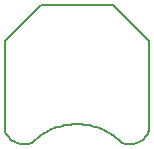
<source format=gbo>
G75*
%MOIN*%
%OFA0B0*%
%FSLAX24Y24*%
%IPPOS*%
%LPD*%
%AMOC8*
5,1,8,0,0,1.08239X$1,22.5*
%
%ADD10C,0.0080*%
D10*
X013370Y005870D02*
X013370Y008870D01*
X014570Y010070D01*
X016970Y010070D01*
X018170Y008870D01*
X018170Y005870D01*
X018149Y005822D01*
X018125Y005776D01*
X018098Y005732D01*
X018067Y005690D01*
X018033Y005650D01*
X017997Y005613D01*
X017958Y005579D01*
X017916Y005548D01*
X017872Y005520D01*
X017826Y005495D01*
X017779Y005474D01*
X017730Y005456D01*
X017680Y005443D01*
X017628Y005432D01*
X017577Y005426D01*
X017525Y005424D01*
X017473Y005426D01*
X017421Y005431D01*
X017370Y005440D01*
X017319Y005454D01*
X017270Y005470D01*
X017205Y005532D01*
X017137Y005592D01*
X017067Y005648D01*
X016995Y005702D01*
X016920Y005752D01*
X016843Y005799D01*
X016765Y005843D01*
X016684Y005884D01*
X016602Y005921D01*
X016519Y005954D01*
X016434Y005984D01*
X016348Y006011D01*
X016261Y006033D01*
X016173Y006052D01*
X016084Y006068D01*
X015995Y006079D01*
X015905Y006087D01*
X015815Y006091D01*
X015725Y006091D01*
X015635Y006087D01*
X015545Y006079D01*
X015456Y006068D01*
X015367Y006052D01*
X015279Y006033D01*
X015192Y006011D01*
X015106Y005984D01*
X015021Y005954D01*
X014938Y005921D01*
X014856Y005884D01*
X014775Y005843D01*
X014697Y005799D01*
X014620Y005752D01*
X014545Y005702D01*
X014473Y005648D01*
X014403Y005592D01*
X014335Y005532D01*
X014270Y005470D01*
X014221Y005454D01*
X014170Y005440D01*
X014119Y005431D01*
X014067Y005426D01*
X014015Y005424D01*
X013963Y005426D01*
X013912Y005432D01*
X013860Y005443D01*
X013810Y005456D01*
X013761Y005474D01*
X013714Y005495D01*
X013668Y005520D01*
X013624Y005548D01*
X013582Y005579D01*
X013543Y005613D01*
X013507Y005650D01*
X013473Y005690D01*
X013442Y005732D01*
X013415Y005776D01*
X013391Y005822D01*
X013370Y005870D01*
M02*

</source>
